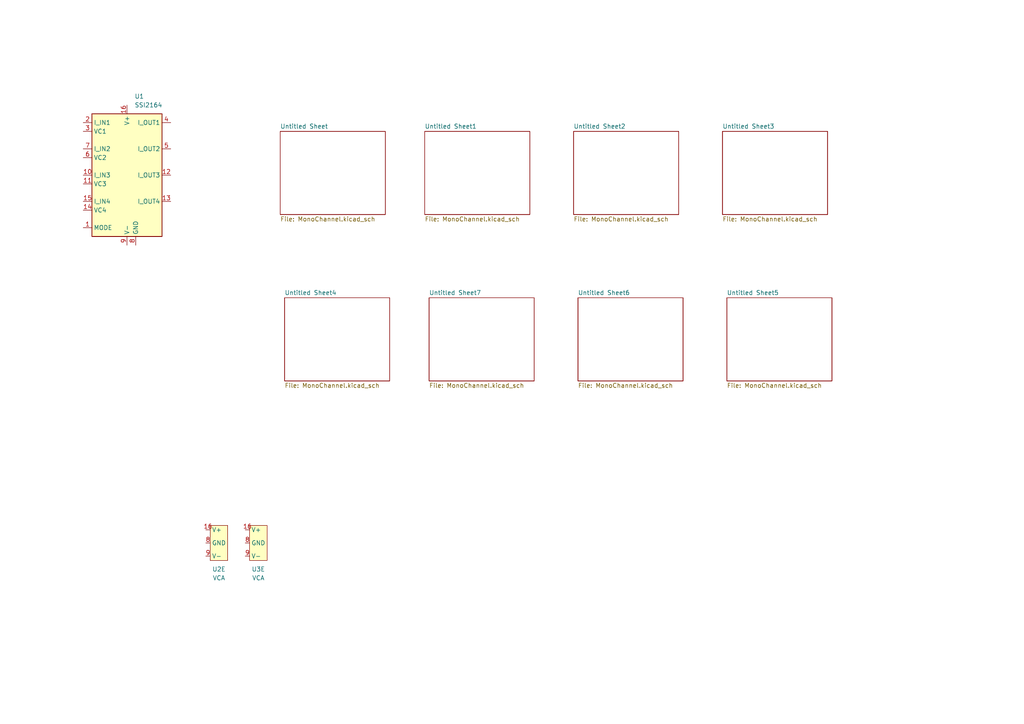
<source format=kicad_sch>
(kicad_sch (version 20230121) (generator eeschema)
  (paper "A4")
  (lib_symbols
    (symbol "Audio:SSI2164"
      (property "Reference" "U" (at -7.62 19.05 0))
      (property "Value" "SSI2164" (at 5.08 19.05 0))
      (symbol "SSI2164_0_1"
        (rectangle (start -10.16 17.78) (end 10.16 -17.78) (stroke (width 0.254)) (fill (type background)))
      )
      (symbol "SSI2164_1_1"
        (pin passive line (at -12.7 -15.24 0) (length 2.54) (name "MODE") (number "1"))
        (pin input line (at -12.7 0 0) (length 2.54) (name "I_IN3") (number "10"))
        (pin passive line (at -12.7 -2.54 0) (length 2.54) (name "VC3") (number "11"))
        (pin output line (at 12.7 0 180) (length 2.54) (name "I_OUT3") (number "12"))
        (pin output line (at 12.7 -7.62 180) (length 2.54) (name "I_OUT4") (number "13"))
        (pin passive line (at -12.7 -10.16 0) (length 2.54) (name "VC4") (number "14"))
        (pin input line (at -12.7 -7.62 0) (length 2.54) (name "I_IN4") (number "15"))
        (pin power_in line (at 0 20.32 270) (length 2.54) (name "V+") (number "16"))
        (pin input line (at -12.7 15.24 0) (length 2.54) (name "I_IN1") (number "2"))
        (pin passive line (at -12.7 12.7 0) (length 2.54) (name "VC1") (number "3"))
        (pin output line (at 12.7 15.24 180) (length 2.54) (name "I_OUT1") (number "4"))
        (pin output line (at 12.7 7.62 180) (length 2.54) (name "I_OUT2") (number "5"))
        (pin passive line (at -12.7 5.08 0) (length 2.54) (name "VC2") (number "6"))
        (pin input line (at -12.7 7.62 0) (length 2.54) (name "I_IN2") (number "7"))
        (pin power_in line (at 2.54 -20.32 90) (length 2.54) (name "GND") (number "8"))
        (pin power_in line (at 0 -20.32 90) (length 2.54) (name "V-") (number "9"))
      )
    )
    (symbol "WillItBlend:SSI2164-multiunit"
      (property "Reference" "U" (at -1.27 6.35 0))
      (property "Value" "VCA" (at 3.81 2.54 0))
      (symbol "SSI2164-multiunit_1_1"
        (polyline (pts (xy -5.08 5.08) (xy 5.08 0) (xy -5.08 -5.08) (xy -5.08 5.08)) (stroke (width 0.254)) (fill (type background)))
        (pin output line (at 7.62 0 180) (length 2.54) (name "Iout") (number "1"))
        (pin input line (at -7.62 0 0) (length 2.54) (name "Iin") (number "2"))
        (pin input line (at 0 6.35 270) (length 3.8) (name "Vc") (number "3"))
      )
      (symbol "SSI2164-multiunit_2_1"
        (polyline (pts (xy -5.08 5.08) (xy 5.08 0) (xy -5.08 -5.08) (xy -5.08 5.08)) (stroke (width 0.254)) (fill (type background)))
        (pin output line (at 7.62 0 180) (length 2.54) (name "Iout") (number "1"))
        (pin input line (at -7.62 0 0) (length 2.54) (name "Iin") (number "2"))
        (pin input line (at 0 6.35 270) (length 3.8) (name "Vc") (number "3"))
      )
      (symbol "SSI2164-multiunit_3_1"
        (polyline (pts (xy -5.08 5.08) (xy 5.08 0) (xy -5.08 -5.08) (xy -5.08 5.08)) (stroke (width 0.254)) (fill (type background)))
        (pin output line (at 7.62 0 180) (length 2.54) (name "Iout") (number "1"))
        (pin input line (at -7.62 0 0) (length 2.54) (name "Iin") (number "2"))
        (pin input line (at 0 6.35 270) (length 3.8) (name "Vc") (number "3"))
      )
      (symbol "SSI2164-multiunit_4_1"
        (polyline (pts (xy -5.08 5.08) (xy 5.08 0) (xy -5.08 -5.08) (xy -5.08 5.08)) (stroke (width 0.254)) (fill (type background)))
        (pin output line (at 7.62 0 180) (length 2.54) (name "Iout") (number "1"))
        (pin input line (at -7.62 0 0) (length 2.54) (name "Iin") (number "2"))
        (pin input line (at 0 6.35 270) (length 3.8) (name "Vc") (number "3"))
      )
      (symbol "SSI2164-multiunit_5_1"
        (rectangle (start -2.54 5.08) (end 2.54 -5.08) (fill (type background)))
        (pin power_in line (at -3.81 3.81 0) (length 1.27) (name "V+") (number "16"))
        (pin power_in line (at -3.81 0 0) (length 1.27) (name "GND") (number "8"))
        (pin power_in line (at -3.81 -3.81 0) (length 1.27) (name "V-") (number "9"))
      )
    )
  )
  (symbol (lib_id "WillItBlend:SSI2164-multiunit") (at 74.93 157.48 0) (unit 5)
    (property "Reference" "U3" (at 74.93 165.1 0))
    (property "Value" "VCA" (at 74.93 167.64 0))
    (property "Footprint" "Package_SO:SOIC-16_3.9x9.9mm_P1.27mm" (effects hide))
  )
  (symbol (lib_id "Audio:SSI2164") (at 36.83 50.8 0) (unit 1)
    (property "Reference" "U1" (at 39.0241 27.94 0) (effects (justify left)))
    (property "Value" "SSI2164" (at 39.0241 30.48 0) (effects (justify left)))
    (property "Footprint" "Package_SO:SOIC-16_3.9x9.9mm_P1.27mm" (effects hide))
    (property "Datasheet" "http://www.soundsemiconductor.com/downloads/ssi2164datasheet.pdf" (effects hide))
  )
  (symbol (lib_id "WillItBlend:SSI2164-multiunit") (at 63.5 157.48 0) (unit 5)
    (property "Reference" "U2" (at 63.5 165.1 0))
    (property "Value" "VCA" (at 63.5 167.64 0))
    (property "Footprint" "Package_SO:SOIC-16_3.9x9.9mm_P1.27mm" (effects hide))
  )
  (sheet (at 209.55 38.1) (size 30.48 24.13) (stroke (width 0.1524))
    (property "Sheetname" "Untitled Sheet3" (at 209.55 37.3884 0) (effects (justify left bottom)))
    (property "Sheetfile" "MonoChannel.kicad_sch" (at 209.55 62.8146 0) (effects (justify left top)))
  )
  (sheet (at 210.82 86.36) (size 30.48 24.13) (stroke (width 0.1524))
    (property "Sheetname" "Untitled Sheet5" (at 210.82 85.6484 0) (effects (justify left bottom)))
    (property "Sheetfile" "MonoChannel.kicad_sch" (at 210.82 111.0746 0) (effects (justify left top)))
  )
  (sheet (at 167.64 86.36) (size 30.48 24.13) (stroke (width 0.1524))
    (property "Sheetname" "Untitled Sheet6" (at 167.64 85.6484 0) (effects (justify left bottom)))
    (property "Sheetfile" "MonoChannel.kicad_sch" (at 167.64 111.0746 0) (effects (justify left top)))
  )
  (sheet (at 82.55 86.36) (size 30.48 24.13) (stroke (width 0.1524))
    (property "Sheetname" "Untitled Sheet4" (at 82.55 85.6484 0) (effects (justify left bottom)))
    (property "Sheetfile" "MonoChannel.kicad_sch" (at 82.55 111.0746 0) (effects (justify left top)))
  )
  (sheet (at 166.37 38.1) (size 30.48 24.13) (stroke (width 0.1524))
    (property "Sheetname" "Untitled Sheet2" (at 166.37 37.3884 0) (effects (justify left bottom)))
    (property "Sheetfile" "MonoChannel.kicad_sch" (at 166.37 62.8146 0) (effects (justify left top)))
  )
  (sheet (at 81.28 38.1) (size 30.48 24.13) (stroke (width 0.1524))
    (property "Sheetname" "Untitled Sheet" (at 81.28 37.3884 0) (effects (justify left bottom)))
    (property "Sheetfile" "MonoChannel.kicad_sch" (at 81.28 62.8146 0) (effects (justify left top)))
  )
  (sheet (at 124.46 86.36) (size 30.48 24.13) (stroke (width 0.1524))
    (property "Sheetname" "Untitled Sheet7" (at 124.46 85.6484 0) (effects (justify left bottom)))
    (property "Sheetfile" "MonoChannel.kicad_sch" (at 124.46 111.0746 0) (effects (justify left top)))
  )
  (sheet (at 123.19 38.1) (size 30.48 24.13) (stroke (width 0.1524))
    (property "Sheetname" "Untitled Sheet1" (at 123.19 37.3884 0) (effects (justify left bottom)))
    (property "Sheetfile" "MonoChannel.kicad_sch" (at 123.19 62.8146 0) (effects (justify left top)))
  )
)
</source>
